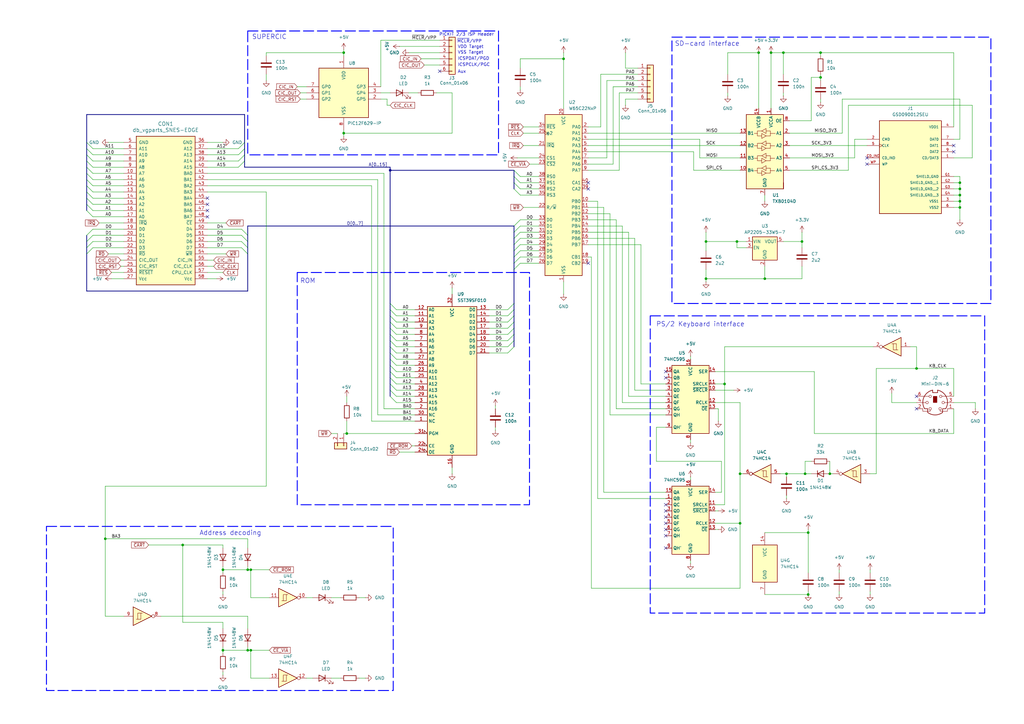
<source format=kicad_sch>
(kicad_sch (version 20250114) (generator "eeschema") (generator_version "9.0")
  (paper "A3")
  (title_block (title "Super CP/M 65") (date "2025-03-17") (rev "PA4"))
  (rectangle (start 101.6 12.7) (end 204.47 63.5) (stroke (width 0.381) (type dash) (color 0 0 255 1)))
  (rectangle (start 19.05 215.9) (end 161.29 283.21) (stroke (width 0.381) (type dash) (color 0 0 255 1)))
  (rectangle (start 266.7 129.54) (end 403.86 251.46) (stroke (width 0.381) (type dash) (color 0 0 255 1)))
  (rectangle (start 121.92 111.76) (end 217.17 207.01) (stroke (width 0.381) (type dash) (color 0 0 255 1)))
  (rectangle (start 275.59 15.24) (end 406.4 124.46) (stroke (width 0.381) (type dash) (color 0 0 255 1)))
  (text "SUPERCIC" (at 110.49 15.24 0) (effects (font (size 1.905 1.905))))
  (text "Address decoding" (at 81.788 218.694 0) (effects (font (size 1.905 1.905)) (justify left)))
  (text "SD-card interface" (at 290.068 18.034 0) (effects (font (size 1.905 1.905))))
  (text "~{MCLR}/VPP" (at 187.452 17.018 0) (effects (font (size 1.27 1.27)) (justify left)))
  (text "ROM" (at 126.238 115.316 0) (effects (font (size 1.905 1.905))))
  (text "VDD Target" (at 187.706 19.304 0) (effects (font (size 1.27 1.27)) (justify left)))
  (text "PS/2 Keyboard interface" (at 287.274 133.096 0) (effects (font (size 1.905 1.905))))
  (text "VSS Target" (at 187.706 21.59 0) (effects (font (size 1.27 1.27)) (justify left)))
  (text "ICSPCLK/PGC" (at 187.706 26.67 0) (effects (font (size 1.27 1.27)) (justify left)))
  (text "Aux" (at 187.706 29.464 0) (effects (font (size 1.27 1.27)) (justify left)))
  (text "PICKIT 2/3 ISP Header" (at 180.086 14.224 0) (effects (font (size 1.27 1.27)) (justify left)))
  (text "ICSPDAT/PGD" (at 187.706 24.13 0) (effects (font (size 1.27 1.27)) (justify left)))
  (junction (at 303.53 194.31))
  (junction (at 316.23 21.59))
  (junction (at 303.53 214.63))
  (junction (at 289.56 99.06))
  (junction (at 289.56 114.3))
  (junction (at 302.26 99.06))
  (junction (at 140.97 54.61))
  (junction (at 393.7 77.47))
  (junction (at 311.15 21.59))
  (junction (at 340.36 194.31))
  (junction (at 336.55 31.75))
  (junction (at 297.18 157.48))
  (junction (at 102.87 266.7))
  (junction (at 393.7 74.93))
  (junction (at 393.7 82.55))
  (junction (at 160.02 69.85))
  (junction (at 102.87 233.68))
  (junction (at 101.6 266.7))
  (junction (at 43.18 220.98))
  (junction (at 321.31 21.59))
  (junction (at 91.44 233.68))
  (junction (at 393.7 85.09))
  (junction (at 331.47 243.84))
  (junction (at 101.6 233.68))
  (junction (at 142.24 177.8))
  (junction (at 393.7 80.01))
  (junction (at 322.58 194.31))
  (junction (at 140.97 21.59))
  (junction (at 91.44 266.7))
  (junction (at 330.2 194.31))
  (junction (at 231.14 24.13))
  (junction (at 74.93 223.52))
  (junction (at 328.93 99.06))
  (junction (at 331.47 218.44))
  (junction (at 336.55 21.59))
  (junction (at 375.92 151.13))
  (junction (at 313.69 114.3))
  (no_connect (at 85.09 86.36))
  (no_connect (at 355.6 67.31))
  (no_connect (at 273.05 212.09))
  (no_connect (at 273.05 214.63))
  (no_connect (at 273.05 152.4))
  (no_connect (at 355.6 64.77))
  (no_connect (at 85.09 83.82))
  (no_connect (at 85.09 88.9))
  (no_connect (at 273.05 219.71))
  (no_connect (at 180.34 29.21))
  (no_connect (at 85.09 81.28))
  (no_connect (at 375.92 162.56))
  (no_connect (at 273.05 224.79))
  (no_connect (at 241.3 77.47))
  (no_connect (at 273.05 154.94))
  (no_connect (at 391.16 62.23))
  (no_connect (at 241.3 107.95))
  (no_connect (at 273.05 217.17))
  (no_connect (at 241.3 74.93))
  (no_connect (at 273.05 207.01))
  (no_connect (at 375.92 167.64))
  (no_connect (at 273.05 209.55))
  (no_connect (at 391.16 59.69))
  (bus_entry (at 208.28 129.54) (size 2.54 -2.54))
  (bus_entry (at 213.36 102.87) (size -2.54 2.54))
  (bus_entry (at 99.06 99.06) (size 2.54 2.54))
  (bus_entry (at 162.56 129.54) (size -2.54 -2.54))
  (bus_entry (at 38.1 73.66) (size -2.54 -2.54))
  (bus_entry (at 38.1 63.5) (size -2.54 -2.54))
  (bus_entry (at 38.1 88.9) (size -2.54 -2.54))
  (bus_entry (at 99.06 101.6) (size 2.54 2.54))
  (bus_entry (at 162.56 160.02) (size -2.54 -2.54))
  (bus_entry (at 162.56 127) (size -2.54 -2.54))
  (bus_entry (at 38.1 101.6) (size -2.54 2.54))
  (bus_entry (at 162.56 144.78) (size -2.54 -2.54))
  (bus_entry (at 213.36 90.17) (size -2.54 2.54))
  (bus_entry (at 208.28 127) (size 2.54 -2.54))
  (bus_entry (at 208.28 142.24) (size 2.54 -2.54))
  (bus_entry (at 213.36 92.71) (size -2.54 2.54))
  (bus_entry (at 38.1 99.06) (size -2.54 2.54))
  (bus_entry (at 162.56 134.62) (size -2.54 -2.54))
  (bus_entry (at 213.36 97.79) (size -2.54 2.54))
  (bus_entry (at 213.36 74.93) (size -2.54 -2.54))
  (bus_entry (at 208.28 139.7) (size 2.54 -2.54))
  (bus_entry (at 38.1 81.28) (size -2.54 -2.54))
  (bus_entry (at 213.36 107.95) (size -2.54 2.54))
  (bus_entry (at 213.36 100.33) (size -2.54 2.54))
  (bus_entry (at 97.79 68.58) (size 2.54 -2.54))
  (bus_entry (at 162.56 157.48) (size -2.54 -2.54))
  (bus_entry (at 213.36 80.01) (size -2.54 -2.54))
  (bus_entry (at 38.1 66.04) (size -2.54 -2.54))
  (bus_entry (at 162.56 137.16) (size -2.54 -2.54))
  (bus_entry (at 38.1 71.12) (size -2.54 -2.54))
  (bus_entry (at 162.56 152.4) (size -2.54 -2.54))
  (bus_entry (at 162.56 142.24) (size -2.54 -2.54))
  (bus_entry (at 38.1 78.74) (size -2.54 -2.54))
  (bus_entry (at 162.56 165.1) (size -2.54 -2.54))
  (bus_entry (at 162.56 149.86) (size -2.54 -2.54))
  (bus_entry (at 162.56 147.32) (size -2.54 -2.54))
  (bus_entry (at 208.28 134.62) (size 2.54 -2.54))
  (bus_entry (at 99.06 96.52) (size 2.54 2.54))
  (bus_entry (at 97.79 60.96) (size 2.54 -2.54))
  (bus_entry (at 162.56 162.56) (size -2.54 -2.54))
  (bus_entry (at 208.28 144.78) (size 2.54 -2.54))
  (bus_entry (at 38.1 93.98) (size -2.54 2.54))
  (bus_entry (at 38.1 68.58) (size -2.54 -2.54))
  (bus_entry (at 213.36 105.41) (size -2.54 2.54))
  (bus_entry (at 38.1 83.82) (size -2.54 -2.54))
  (bus_entry (at 97.79 63.5) (size 2.54 -2.54))
  (bus_entry (at 162.56 139.7) (size -2.54 -2.54))
  (bus_entry (at 38.1 76.2) (size -2.54 -2.54))
  (bus_entry (at 38.1 86.36) (size -2.54 -2.54))
  (bus_entry (at 99.06 93.98) (size 2.54 2.54))
  (bus_entry (at 208.28 137.16) (size 2.54 -2.54))
  (bus_entry (at 162.56 154.94) (size -2.54 -2.54))
  (bus_entry (at 213.36 95.25) (size -2.54 2.54))
  (bus_entry (at 162.56 132.08) (size -2.54 -2.54))
  (bus_entry (at 208.28 132.08) (size 2.54 -2.54))
  (bus_entry (at 38.1 60.96) (size -2.54 -2.54))
  (bus_entry (at 213.36 72.39) (size -2.54 -2.54))
  (bus_entry (at 38.1 96.52) (size -2.54 2.54))
  (bus_entry (at 97.79 66.04) (size 2.54 -2.54))
  (bus_entry (at 213.36 77.47) (size -2.54 -2.54))
  (wire (pts (xy 328.93 114.3) (xy 313.69 114.3)))
  (wire (pts (xy 109.22 30.48) (xy 109.22 33.02)))
  (bus (pts (xy 210.82 77.47) (xy 210.82 74.93)))
  (bus (pts (xy 210.82 102.87) (xy 210.82 105.41)))
  (bus (pts (xy 35.56 73.66) (xy 35.56 71.12)))
  (wire (pts (xy 203.2 166.37) (xy 203.2 167.64)))
  (wire (pts (xy 142.24 162.56) (xy 142.24 165.1)))
  (wire (pts (xy 101.6 233.68) (xy 101.6 232.41)))
  (bus (pts (xy 35.56 76.2) (xy 35.56 73.66)))
  (wire (pts (xy 261.62 38.1) (xy 254 38.1)))
  (bus (pts (xy 160.02 134.62) (xy 160.02 137.16)))
  (wire (pts (xy 344.17 242.57) (xy 344.17 243.84)))
  (bus (pts (xy 35.56 58.42) (xy 35.56 46.99)))
  (wire (pts (xy 157.48 167.64) (xy 170.18 167.64)))
  (wire (pts (xy 213.36 102.87) (xy 220.98 102.87)))
  (wire (pts (xy 260.35 160.02) (xy 260.35 97.79)))
  (wire (pts (xy 85.09 63.5) (xy 97.79 63.5)))
  (wire (pts (xy 241.3 57.15) (xy 287.02 57.15)))
  (wire (pts (xy 91.44 255.27) (xy 91.44 257.81)))
  (wire (pts (xy 261.62 33.02) (xy 248.92 33.02)))
  (bus (pts (xy 101.6 99.06) (xy 101.6 101.6)))
  (wire (pts (xy 162.56 154.94) (xy 170.18 154.94)))
  (wire (pts (xy 303.53 214.63) (xy 303.53 194.31)))
  (wire (pts (xy 147.32 278.13) (xy 149.86 278.13)))
  (wire (pts (xy 49.53 109.22) (xy 50.8 109.22)))
  (bus (pts (xy 100.33 58.42) (xy 100.33 60.96)))
  (wire (pts (xy 375.92 151.13) (xy 391.16 151.13)))
  (wire (pts (xy 162.56 134.62) (xy 170.18 134.62)))
  (bus (pts (xy 160.02 68.58) (xy 160.02 69.85)))
  (bus (pts (xy 35.56 96.52) (xy 35.56 99.06)))
  (wire (pts (xy 38.1 66.04) (xy 50.8 66.04)))
  (wire (pts (xy 40.64 91.44) (xy 50.8 91.44)))
  (wire (pts (xy 231.14 115.57) (xy 231.14 120.65)))
  (wire (pts (xy 391.16 165.1) (xy 400.05 165.1)))
  (wire (pts (xy 158.75 43.18) (xy 158.75 40.64)))
  (wire (pts (xy 273.05 175.26) (xy 269.24 175.26)))
  (wire (pts (xy 38.1 60.96) (xy 50.8 60.96)))
  (wire (pts (xy 340.36 194.31) (xy 341.63 194.31)))
  (bus (pts (xy 100.33 66.04) (xy 100.33 68.58)))
  (wire (pts (xy 321.31 38.1) (xy 321.31 39.37)))
  (wire (pts (xy 245.11 82.55) (xy 245.11 204.47)))
  (bus (pts (xy 160.02 69.85) (xy 160.02 124.46)))
  (wire (pts (xy 393.7 77.47) (xy 393.7 80.01)))
  (wire (pts (xy 256.54 27.94) (xy 261.62 27.94)))
  (wire (pts (xy 217.17 67.31) (xy 220.98 67.31)))
  (wire (pts (xy 45.72 111.76) (xy 50.8 111.76)))
  (wire (pts (xy 162.56 147.32) (xy 170.18 147.32)))
  (wire (pts (xy 294.64 167.64) (xy 293.37 167.64)))
  (wire (pts (xy 252.73 90.17) (xy 252.73 167.64)))
  (bus (pts (xy 35.56 68.58) (xy 35.56 66.04)))
  (wire (pts (xy 142.24 177.8) (xy 170.18 177.8)))
  (wire (pts (xy 147.32 245.11) (xy 149.86 245.11)))
  (wire (pts (xy 162.56 127) (xy 170.18 127)))
  (wire (pts (xy 269.24 189.23) (xy 295.91 189.23)))
  (wire (pts (xy 91.44 223.52) (xy 91.44 224.79)))
  (wire (pts (xy 365.76 165.1) (xy 365.76 161.29)))
  (wire (pts (xy 85.09 106.68) (xy 87.63 106.68)))
  (wire (pts (xy 331.47 218.44) (xy 331.47 234.95)))
  (wire (pts (xy 334.01 177.8) (xy 334.01 152.4)))
  (wire (pts (xy 167.64 38.1) (xy 171.45 38.1)))
  (wire (pts (xy 331.47 217.17) (xy 331.47 218.44)))
  (wire (pts (xy 162.56 142.24) (xy 170.18 142.24)))
  (wire (pts (xy 38.1 63.5) (xy 50.8 63.5)))
  (wire (pts (xy 322.58 194.31) (xy 330.2 194.31)))
  (wire (pts (xy 156.21 38.1) (xy 160.02 38.1)))
  (wire (pts (xy 162.56 137.16) (xy 170.18 137.16)))
  (wire (pts (xy 293.37 207.01) (xy 297.18 207.01)))
  (wire (pts (xy 91.44 233.68) (xy 91.44 234.95)))
  (wire (pts (xy 85.09 99.06) (xy 99.06 99.06)))
  (wire (pts (xy 322.58 203.2) (xy 322.58 204.47)))
  (wire (pts (xy 44.45 58.42) (xy 50.8 58.42)))
  (wire (pts (xy 162.56 139.7) (xy 170.18 139.7)))
  (bus (pts (xy 35.56 99.06) (xy 35.56 101.6)))
  (wire (pts (xy 185.42 118.11) (xy 185.42 120.65)))
  (wire (pts (xy 297.18 157.48) (xy 293.37 157.48)))
  (wire (pts (xy 85.09 58.42) (xy 91.44 58.42)))
  (wire (pts (xy 213.36 97.79) (xy 220.98 97.79)))
  (bus (pts (xy 160.02 160.02) (xy 160.02 162.56)))
  (wire (pts (xy 213.36 35.56) (xy 213.36 36.83)))
  (bus (pts (xy 210.82 137.16) (xy 210.82 139.7)))
  (wire (pts (xy 200.66 144.78) (xy 208.28 144.78)))
  (wire (pts (xy 200.66 129.54) (xy 208.28 129.54)))
  (wire (pts (xy 110.49 245.11) (xy 102.87 245.11)))
  (wire (pts (xy 254 38.1) (xy 254 69.85)))
  (wire (pts (xy 38.1 71.12) (xy 50.8 71.12)))
  (wire (pts (xy 109.22 199.39) (xy 43.18 199.39)))
  (wire (pts (xy 262.89 157.48) (xy 273.05 157.48)))
  (wire (pts (xy 85.09 68.58) (xy 97.79 68.58)))
  (wire (pts (xy 356.87 242.57) (xy 356.87 243.84)))
  (bus (pts (xy 35.56 81.28) (xy 35.56 78.74)))
  (wire (pts (xy 162.56 157.48) (xy 170.18 157.48)))
  (wire (pts (xy 284.48 69.85) (xy 303.53 69.85)))
  (wire (pts (xy 185.42 38.1) (xy 185.42 54.61)))
  (wire (pts (xy 393.7 82.55) (xy 393.7 85.09)))
  (wire (pts (xy 142.24 177.8) (xy 140.97 177.8)))
  (wire (pts (xy 152.4 172.72) (xy 170.18 172.72)))
  (wire (pts (xy 250.19 87.63) (xy 250.19 170.18)))
  (wire (pts (xy 391.16 80.01) (xy 393.7 80.01)))
  (wire (pts (xy 293.37 165.1) (xy 303.53 165.1)))
  (wire (pts (xy 135.89 177.8) (xy 138.43 177.8)))
  (wire (pts (xy 393.7 40.64) (xy 393.7 57.15)))
  (bus (pts (xy 210.82 97.79) (xy 210.82 100.33)))
  (wire (pts (xy 303.53 194.31) (xy 304.8 194.31)))
  (wire (pts (xy 85.09 78.74) (xy 109.22 78.74)))
  (wire (pts (xy 74.93 223.52) (xy 91.44 223.52)))
  (wire (pts (xy 91.44 232.41) (xy 91.44 233.68)))
  (wire (pts (xy 101.6 252.73) (xy 101.6 257.81)))
  (wire (pts (xy 85.09 104.14) (xy 92.71 104.14)))
  (wire (pts (xy 293.37 214.63) (xy 303.53 214.63)))
  (wire (pts (xy 231.14 21.59) (xy 231.14 24.13)))
  (bus (pts (xy 160.02 147.32) (xy 160.02 149.86)))
  (bus (pts (xy 35.56 101.6) (xy 35.56 104.14)))
  (wire (pts (xy 85.09 71.12) (xy 157.48 71.12)))
  (bus (pts (xy 35.56 66.04) (xy 35.56 63.5)))
  (wire (pts (xy 298.45 21.59) (xy 298.45 30.48)))
  (wire (pts (xy 344.17 233.68) (xy 344.17 234.95)))
  (wire (pts (xy 295.91 189.23) (xy 295.91 201.93)))
  (bus (pts (xy 210.82 110.49) (xy 210.82 124.46)))
  (wire (pts (xy 289.56 95.25) (xy 289.56 99.06)))
  (wire (pts (xy 102.87 278.13) (xy 102.87 266.7)))
  (wire (pts (xy 162.56 165.1) (xy 170.18 165.1)))
  (wire (pts (xy 289.56 99.06) (xy 289.56 102.87)))
  (wire (pts (xy 91.44 255.27) (xy 74.93 255.27)))
  (wire (pts (xy 297.18 142.24) (xy 297.18 157.48)))
  (wire (pts (xy 102.87 266.7) (xy 110.49 266.7)))
  (wire (pts (xy 375.92 142.24) (xy 373.38 142.24)))
  (wire (pts (xy 38.1 101.6) (xy 50.8 101.6)))
  (bus (pts (xy 101.6 104.14) (xy 101.6 119.38)))
  (wire (pts (xy 91.44 266.7) (xy 91.44 267.97)))
  (bus (pts (xy 100.33 60.96) (xy 100.33 63.5)))
  (wire (pts (xy 262.89 100.33) (xy 262.89 157.48)))
  (wire (pts (xy 200.66 134.62) (xy 208.28 134.62)))
  (bus (pts (xy 210.82 95.25) (xy 210.82 97.79)))
  (bus (pts (xy 160.02 144.78) (xy 160.02 147.32)))
  (wire (pts (xy 391.16 162.56) (xy 391.16 151.13)))
  (wire (pts (xy 38.1 88.9) (xy 50.8 88.9)))
  (wire (pts (xy 162.56 160.02) (xy 170.18 160.02)))
  (wire (pts (xy 269.24 175.26) (xy 269.24 189.23)))
  (wire (pts (xy 162.56 144.78) (xy 170.18 144.78)))
  (wire (pts (xy 152.4 76.2) (xy 85.09 76.2)))
  (wire (pts (xy 302.26 99.06) (xy 306.07 99.06)))
  (wire (pts (xy 38.1 78.74) (xy 50.8 78.74)))
  (wire (pts (xy 97.79 60.96) (xy 85.09 60.96)))
  (bus (pts (xy 210.82 105.41) (xy 210.82 107.95)))
  (wire (pts (xy 109.22 21.59) (xy 140.97 21.59)))
  (bus (pts (xy 100.33 63.5) (xy 100.33 66.04)))
  (wire (pts (xy 336.55 30.48) (xy 336.55 31.75)))
  (wire (pts (xy 162.56 152.4) (xy 170.18 152.4)))
  (wire (pts (xy 38.1 96.52) (xy 50.8 96.52)))
  (wire (pts (xy 398.78 64.77) (xy 391.16 64.77)))
  (wire (pts (xy 163.83 185.42) (xy 170.18 185.42)))
  (wire (pts (xy 85.09 114.3) (xy 88.9 114.3)))
  (wire (pts (xy 350.52 64.77) (xy 350.52 57.15)))
  (wire (pts (xy 393.7 80.01) (xy 393.7 82.55)))
  (wire (pts (xy 332.74 31.75) (xy 332.74 49.53)))
  (wire (pts (xy 303.53 165.1) (xy 303.53 194.31)))
  (wire (pts (xy 172.72 24.13) (xy 180.34 24.13)))
  (wire (pts (xy 101.6 266.7) (xy 102.87 266.7)))
  (wire (pts (xy 241.3 95.25) (xy 257.81 95.25)))
  (wire (pts (xy 38.1 76.2) (xy 50.8 76.2)))
  (wire (pts (xy 283.21 146.05) (xy 283.21 147.32)))
  (wire (pts (xy 323.85 54.61) (xy 345.44 54.61)))
  (wire (pts (xy 298.45 38.1) (xy 298.45 39.37)))
  (wire (pts (xy 185.42 191.77) (xy 185.42 194.31)))
  (wire (pts (xy 391.16 85.09) (xy 393.7 85.09)))
  (wire (pts (xy 241.3 90.17) (xy 252.73 90.17)))
  (wire (pts (xy 85.09 73.66) (xy 154.94 73.66)))
  (wire (pts (xy 247.65 85.09) (xy 247.65 201.93)))
  (wire (pts (xy 293.37 209.55) (xy 294.64 209.55)))
  (wire (pts (xy 200.66 142.24) (xy 208.28 142.24)))
  (wire (pts (xy 203.2 175.26) (xy 203.2 176.53)))
  (wire (pts (xy 393.7 74.93) (xy 393.7 77.47)))
  (wire (pts (xy 242.57 105.41) (xy 242.57 241.3)))
  (wire (pts (xy 289.56 114.3) (xy 289.56 115.57)))
  (bus (pts (xy 35.56 119.38) (xy 101.6 119.38)))
  (wire (pts (xy 135.89 245.11) (xy 139.7 245.11)))
  (wire (pts (xy 251.46 35.56) (xy 261.62 35.56)))
  (wire (pts (xy 356.87 233.68) (xy 356.87 234.95)))
  (bus (pts (xy 210.82 100.33) (xy 210.82 102.87)))
  (wire (pts (xy 273.05 165.1) (xy 255.27 165.1)))
  (wire (pts (xy 345.44 54.61) (xy 345.44 40.64)))
  (wire (pts (xy 375.92 165.1) (xy 365.76 165.1)))
  (wire (pts (xy 255.27 165.1) (xy 255.27 92.71)))
  (bus (pts (xy 210.82 92.71) (xy 210.82 95.25)))
  (wire (pts (xy 391.16 77.47) (xy 393.7 77.47)))
  (wire (pts (xy 393.7 72.39) (xy 391.16 72.39)))
  (wire (pts (xy 246.38 30.48) (xy 261.62 30.48)))
  (wire (pts (xy 140.97 21.59) (xy 140.97 22.86)))
  (wire (pts (xy 102.87 233.68) (xy 110.49 233.68)))
  (wire (pts (xy 85.09 101.6) (xy 99.06 101.6)))
  (bus (pts (xy 210.82 129.54) (xy 210.82 132.08)))
  (wire (pts (xy 287.02 64.77) (xy 287.02 57.15)))
  (wire (pts (xy 140.97 53.34) (xy 140.97 54.61)))
  (wire (pts (xy 316.23 21.59) (xy 321.31 21.59)))
  (wire (pts (xy 241.3 52.07) (xy 246.38 52.07)))
  (wire (pts (xy 167.64 21.59) (xy 180.34 21.59)))
  (wire (pts (xy 241.3 85.09) (xy 247.65 85.09)))
  (wire (pts (xy 214.63 52.07) (xy 220.98 52.07)))
  (wire (pts (xy 154.94 170.18) (xy 170.18 170.18)))
  (bus (pts (xy 210.82 134.62) (xy 210.82 137.16)))
  (wire (pts (xy 140.97 54.61) (xy 140.97 55.88)))
  (wire (pts (xy 135.89 278.13) (xy 139.7 278.13)))
  (wire (pts (xy 283.21 195.58) (xy 283.21 196.85)))
  (wire (pts (xy 101.6 233.68) (xy 102.87 233.68)))
  (wire (pts (xy 162.56 129.54) (xy 170.18 129.54)))
  (wire (pts (xy 214.63 54.61) (xy 220.98 54.61)))
  (wire (pts (xy 241.3 54.61) (xy 303.53 54.61)))
  (wire (pts (xy 38.1 86.36) (xy 50.8 86.36)))
  (wire (pts (xy 247.65 201.93) (xy 273.05 201.93)))
  (wire (pts (xy 43.18 252.73) (xy 50.8 252.73)))
  (wire (pts (xy 173.99 26.67) (xy 180.34 26.67)))
  (wire (pts (xy 313.69 243.84) (xy 331.47 243.84)))
  (wire (pts (xy 328.93 109.22) (xy 328.93 114.3)))
  (wire (pts (xy 154.94 73.66) (xy 154.94 170.18)))
  (wire (pts (xy 246.38 52.07) (xy 246.38 30.48)))
  (wire (pts (xy 85.09 91.44) (xy 92.71 91.44)))
  (bus (pts (xy 210.82 72.39) (xy 210.82 69.85)))
  (bus (pts (xy 160.02 157.48) (xy 160.02 160.02)))
  (wire (pts (xy 347.98 43.18) (xy 347.98 69.85)))
  (wire (pts (xy 303.53 241.3) (xy 303.53 214.63)))
  (wire (pts (xy 391.16 74.93) (xy 393.7 74.93)))
  (wire (pts (xy 345.44 40.64) (xy 393.7 40.64)))
  (bus (pts (xy 160.02 149.86) (xy 160.02 152.4)))
  (wire (pts (xy 110.49 278.13) (xy 102.87 278.13)))
  (wire (pts (xy 283.21 229.87) (xy 283.21 231.14)))
  (wire (pts (xy 340.36 189.23) (xy 340.36 194.31)))
  (wire (pts (xy 316.23 21.59) (xy 316.23 44.45)))
  (wire (pts (xy 43.18 199.39) (xy 43.18 220.98)))
  (wire (pts (xy 321.31 21.59) (xy 321.31 30.48)))
  (wire (pts (xy 214.63 85.09) (xy 220.98 85.09)))
  (wire (pts (xy 241.3 87.63) (xy 250.19 87.63)))
  (wire (pts (xy 91.44 242.57) (xy 91.44 243.84)))
  (wire (pts (xy 200.66 137.16) (xy 208.28 137.16)))
  (wire (pts (xy 306.07 101.6) (xy 302.26 101.6)))
  (wire (pts (xy 160.02 43.18) (xy 158.75 43.18)))
  (wire (pts (xy 213.36 107.95) (xy 220.98 107.95)))
  (wire (pts (xy 334.01 177.8) (xy 391.16 177.8)))
  (wire (pts (xy 250.19 170.18) (xy 273.05 170.18)))
  (wire (pts (xy 156.21 35.56) (xy 156.21 16.51)))
  (wire (pts (xy 257.81 162.56) (xy 273.05 162.56)))
  (wire (pts (xy 336.55 21.59) (xy 391.16 21.59)))
  (wire (pts (xy 91.44 233.68) (xy 101.6 233.68)))
  (wire (pts (xy 289.56 99.06) (xy 302.26 99.06)))
  (wire (pts (xy 393.7 57.15) (xy 391.16 57.15)))
  (wire (pts (xy 334.01 152.4) (xy 293.37 152.4)))
  (wire (pts (xy 158.75 40.64) (xy 156.21 40.64)))
  (wire (pts (xy 321.31 99.06) (xy 328.93 99.06)))
  (wire (pts (xy 393.7 72.39) (xy 393.7 74.93)))
  (wire (pts (xy 200.66 132.08) (xy 208.28 132.08)))
  (wire (pts (xy 162.56 149.86) (xy 170.18 149.86)))
  (wire (pts (xy 162.56 162.56) (xy 170.18 162.56)))
  (wire (pts (xy 391.16 167.64) (xy 391.16 177.8)))
  (wire (pts (xy 101.6 266.7) (xy 101.6 265.43)))
  (bus (pts (xy 100.33 68.58) (xy 160.02 68.58)))
  (wire (pts (xy 293.37 160.02) (xy 300.99 160.02)))
  (wire (pts (xy 74.93 223.52) (xy 74.93 255.27)))
  (wire (pts (xy 43.18 220.98) (xy 101.6 220.98)))
  (wire (pts (xy 179.07 38.1) (xy 185.42 38.1)))
  (wire (pts (xy 91.44 265.43) (xy 91.44 266.7)))
  (wire (pts (xy 391.16 82.55) (xy 393.7 82.55)))
  (bus (pts (xy 101.6 92.71) (xy 101.6 96.52)))
  (wire (pts (xy 213.36 27.94) (xy 213.36 24.13)))
  (wire (pts (xy 38.1 83.82) (xy 50.8 83.82)))
  (wire (pts (xy 85.09 93.98) (xy 99.06 93.98)))
  (wire (pts (xy 49.53 106.68) (xy 50.8 106.68)))
  (wire (pts (xy 303.53 64.77) (xy 287.02 64.77)))
  (wire (pts (xy 347.98 43.18) (xy 398.78 43.18)))
  (wire (pts (xy 251.46 67.31) (xy 251.46 35.56)))
  (wire (pts (xy 213.36 95.25) (xy 220.98 95.25)))
  (wire (pts (xy 391.16 52.07) (xy 391.16 21.59)))
  (wire (pts (xy 212.09 64.77) (xy 220.98 64.77)))
  (wire (pts (xy 359.41 151.13) (xy 359.41 194.31)))
  (wire (pts (xy 257.81 95.25) (xy 257.81 162.56)))
  (wire (pts (xy 273.05 160.02) (xy 260.35 160.02)))
  (wire (pts (xy 328.93 95.25) (xy 328.93 99.06)))
  (wire (pts (xy 241.3 59.69) (xy 303.53 59.69)))
  (wire (pts (xy 375.92 151.13) (xy 375.92 142.24)))
  (wire (pts (xy 125.73 245.11) (xy 128.27 245.11)))
  (wire (pts (xy 60.96 223.52) (xy 74.93 223.52)))
  (wire (pts (xy 321.31 21.59) (xy 336.55 21.59)))
  (wire (pts (xy 323.85 59.69) (xy 355.6 59.69)))
  (wire (pts (xy 322.58 195.58) (xy 322.58 194.31)))
  (bus (pts (xy 35.56 63.5) (xy 35.56 60.96)))
  (wire (pts (xy 398.78 43.18) (xy 398.78 64.77)))
  (wire (pts (xy 241.3 97.79) (xy 260.35 97.79)))
  (wire (pts (xy 142.24 172.72) (xy 142.24 177.8)))
  (wire (pts (xy 358.14 142.24) (xy 297.18 142.24)))
  (bus (pts (xy 210.82 124.46) (xy 210.82 127)))
  (wire (pts (xy 248.92 64.77) (xy 241.3 64.77)))
  (wire (pts (xy 123.19 38.1) (xy 125.73 38.1)))
  (bus (pts (xy 160.02 137.16) (xy 160.02 139.7)))
  (wire (pts (xy 330.2 189.23) (xy 332.74 189.23)))
  (bus (pts (xy 160.02 124.46) (xy 160.02 127)))
  (bus (pts (xy 210.82 107.95) (xy 210.82 110.49)))
  (wire (pts (xy 241.3 105.41) (xy 242.57 105.41)))
  (wire (pts (xy 213.36 72.39) (xy 220.98 72.39)))
  (wire (pts (xy 297.18 207.01) (xy 297.18 157.48)))
  (wire (pts (xy 91.44 266.7) (xy 101.6 266.7)))
  (wire (pts (xy 101.6 224.79) (xy 101.6 220.98)))
  (wire (pts (xy 85.09 111.76) (xy 91.44 111.76)))
  (bus (pts (xy 160.02 69.85) (xy 210.82 69.85)))
  (bus (pts (xy 35.56 104.14) (xy 35.56 119.38)))
  (wire (pts (xy 91.44 275.59) (xy 91.44 276.86)))
  (wire (pts (xy 323.85 49.53) (xy 332.74 49.53)))
  (wire (pts (xy 109.22 22.86) (xy 109.22 21.59)))
  (wire (pts (xy 302.26 101.6) (xy 302.26 99.06)))
  (bus (pts (xy 35.56 71.12) (xy 35.56 68.58)))
  (wire (pts (xy 248.92 33.02) (xy 248.92 64.77)))
  (bus (pts (xy 101.6 101.6) (xy 101.6 104.14)))
  (wire (pts (xy 313.69 114.3) (xy 289.56 114.3)))
  (bus (pts (xy 160.02 152.4) (xy 160.02 154.94)))
  (wire (pts (xy 121.92 35.56) (xy 125.73 35.56)))
  (wire (pts (xy 256.54 21.59) (xy 256.54 27.94)))
  (bus (pts (xy 160.02 154.94) (xy 160.02 157.48)))
  (wire (pts (xy 38.1 68.58) (xy 50.8 68.58)))
  (wire (pts (xy 330.2 194.31) (xy 330.2 189.23)))
  (wire (pts (xy 284.48 62.23) (xy 284.48 69.85)))
  (wire (pts (xy 332.74 194.31) (xy 330.2 194.31)))
  (wire (pts (xy 356.87 194.31) (xy 359.41 194.31)))
  (bus (pts (xy 35.56 78.74) (xy 35.56 76.2)))
  (wire (pts (xy 295.91 201.93) (xy 293.37 201.93)))
  (wire (pts (xy 213.36 24.13) (xy 231.14 24.13)))
  (wire (pts (xy 313.69 80.01) (xy 313.69 82.55)))
  (wire (pts (xy 336.55 40.64) (xy 336.55 41.91)))
  (wire (pts (xy 213.36 80.01) (xy 220.98 80.01)))
  (bus (pts (xy 210.82 139.7) (xy 210.82 142.24)))
  (wire (pts (xy 245.11 204.47) (xy 273.05 204.47)))
  (wire (pts (xy 66.04 252.73) (xy 101.6 252.73)))
  (wire (pts (xy 323.85 64.77) (xy 350.52 64.77)))
  (wire (pts (xy 213.36 77.47) (xy 220.98 77.47)))
  (bus (pts (xy 101.6 96.52) (xy 101.6 99.06)))
  (wire (pts (xy 336.55 33.02) (xy 336.55 31.75)))
  (wire (pts (xy 213.36 90.17) (xy 220.98 90.17)))
  (wire (pts (xy 200.66 139.7) (xy 208.28 139.7)))
  (wire (pts (xy 359.41 151.13) (xy 375.92 151.13)))
  (wire (pts (xy 256.54 43.18) (xy 256.54 40.64)))
  (wire (pts (xy 102.87 245.11) (xy 102.87 233.68)))
  (wire (pts (xy 162.56 132.08) (xy 170.18 132.08)))
  (wire (pts (xy 44.45 104.14) (xy 50.8 104.14)))
  (bus (pts (xy 35.56 46.99) (xy 100.33 46.99)))
  (wire (pts (xy 400.05 167.64) (xy 400.05 165.1)))
  (wire (pts (xy 332.74 31.75) (xy 336.55 31.75)))
  (bus (pts (xy 160.02 129.54) (xy 160.02 132.08)))
  (wire (pts (xy 200.66 127) (xy 208.28 127)))
  (wire (pts (xy 242.57 241.3) (xy 303.53 241.3)))
  (wire (pts (xy 38.1 93.98) (xy 50.8 93.98)))
  (wire (pts (xy 38.1 81.28) (xy 50.8 81.28)))
  (bus (pts (xy 210.82 74.93) (xy 210.82 72.39)))
  (bus (pts (xy 160.02 139.7) (xy 160.02 142.24)))
  (bus (pts (xy 160.02 142.24) (xy 160.02 144.78)))
  (wire (pts (xy 289.56 114.3) (xy 289.56 110.49)))
  (wire (pts (xy 168.91 182.88) (xy 170.18 182.88)))
  (wire (pts (xy 185.42 54.61) (xy 140.97 54.61)))
  (bus (pts (xy 35.56 60.96) (xy 35.56 58.42)))
  (wire (pts (xy 328.93 99.06) (xy 328.93 101.6)))
  (wire (pts (xy 311.15 21.59) (xy 311.15 44.45)))
  (wire (pts (xy 85.09 109.22) (xy 87.63 109.22)))
  (bus (pts (xy 210.82 132.08) (xy 210.82 134.62)))
  (wire (pts (xy 125.73 278.13) (xy 128.27 278.13)))
  (wire (pts (xy 38.1 99.06) (xy 50.8 99.06)))
  (wire (pts (xy 256.54 40.64) (xy 261.62 40.64)))
  (wire (pts (xy 163.83 19.05) (xy 180.34 19.05)))
  (bus (pts (xy 35.56 83.82) (xy 35.56 81.28)))
  (wire (pts (xy 45.72 114.3) (xy 50.8 114.3)))
  (wire (pts (xy 213.36 92.71) (xy 220.98 92.71)))
  (wire (pts (xy 323.85 69.85) (xy 347.98 69.85)))
  (wire (pts (xy 156.21 16.51) (xy 180.34 16.51)))
  (wire (pts (xy 298.45 21.59) (xy 311.15 21.59)))
  (wire (pts (xy 214.63 59.69) (xy 220.98 59.69)))
  (wire (pts (xy 241.3 62.23) (xy 284.48 62.23)))
  (wire (pts (xy 241.3 67.31) (xy 251.46 67.31)))
  (wire (pts (xy 283.21 180.34) (xy 283.21 181.61)))
  (bus (pts (xy 160.02 132.08) (xy 160.02 134.62)))
  (wire (pts (xy 320.04 194.31) (xy 322.58 194.31)))
  (wire (pts (xy 38.1 73.66) (xy 50.8 73.66)))
  (bus (pts (xy 160.02 127) (xy 160.02 129.54)))
  (wire (pts (xy 152.4 172.72) (xy 152.4 76.2)))
  (wire (pts (xy 313.69 109.22) (xy 313.69 114.3)))
  (wire (pts (xy 294.64 172.72) (xy 294.64 167.64)))
  (bus (pts (xy 101.6 92.71) (xy 210.82 92.71)))
  (wire (pts (xy 241.3 92.71) (xy 255.27 92.71)))
  (wire (pts (xy 109.22 78.74) (xy 109.22 199.39)))
  (wire (pts (xy 213.36 100.33) (xy 220.98 100.33)))
  (wire (pts (xy 43.18 220.98) (xy 43.18 252.73)))
  (wire (pts (xy 252.73 167.64) (xy 273.05 167.64)))
  (wire (pts (xy 313.69 218.44) (xy 331.47 218.44)))
  (wire (pts (xy 254 69.85) (xy 241.3 69.85)))
  (wire (pts (xy 393.7 85.09) (xy 393.7 90.17)))
  (wire (pts (xy 336.55 21.59) (xy 336.55 22.86)))
  (wire (pts (xy 85.09 66.04) (xy 97.79 66.04)))
  (wire (pts (xy 293.37 217.17) (xy 294.64 217.17)))
  (bus (pts (xy 35.56 86.36) (xy 35.56 83.82)))
  (wire (pts (xy 355.6 57.15) (xy 350.52 57.15)))
  (wire (pts (xy 213.36 74.93) (xy 220.98 74.93)))
  (wire (pts (xy 123.19 40.64) (xy 125.73 40.64)))
  (wire (pts (xy 331.47 242.57) (xy 331.47 243.84)))
  (wire (pts (xy 85.09 96.52) (xy 99.06 96.52)))
  (wire (pts (xy 140.97 20.32) (xy 140.97 21.59)))
  (wire (pts (xy 213.36 105.41) (xy 220.98 105.41)))
  (bus (pts (xy 100.33 46.99) (xy 100.33 58.42)))
  (wire (pts (xy 241.3 82.55) (xy 245.11 82.55)))
  (bus (pts (xy 210.82 127) (xy 210.82 129.54)))
  (wire (pts (xy 241.3 100.33) (xy 262.89 100.33)))
  (wire (pts (xy 157.48 167.64) (xy 157.48 71.12)))
  (wire (pts (xy 231.14 24.13) (xy 231.14 44.45)))
  (label "D0" (at 203.2 127 0))
  (label "A5" (at 43.212 76.2 0))
  (label "D4" (at 215.9 100.33 0))
  (label "D6" (at 88.9 99.06 0))
  (label "A14" (at 88.9 66.04 0))
  (label "A1" (at 165.1 129.54 0))
  (label "D1" (at 215.9 92.71 0))
  (label "PA5" (at 256.54 33.02 0))
  (label "A5" (at 165.1 139.7 0))
  (label "D7" (at 203.2 144.78 0))
  (label "A0" (at 165.1 127 0))
  (label "A13" (at 88.9 63.5 0))
  (label "BA2" (at 165.1 172.72 0))
  (label "A2" (at 215.9 77.47 0))
  (label "D3" (at 43.18 101.6 0))
  (label "A8" (at 43.18 68.58 0))
  (label "D[0..7]" (at 142.24 92.71 0))
  (label "A15" (at 165.1 165.1 0))
  (label "A1" (at 215.9 74.93 0))
  (label "A10" (at 43.1277 63.5 0))
  (label "A1" (at 43.18 86.36 0))
  (label "D2" (at 43.18 99.06 0))
  (label "D2" (at 203.2 132.08 0))
  (label "D6" (at 215.9 105.41 0))
  (label "D0" (at 215.9 90.17 0))
  (label "D5" (at 88.9 96.52 0))
  (label "A4" (at 43.1277 78.74 0))
  (label "A11" (at 43.1277 60.96 0))
  (label "PA0" (at 256.54 30.48 0))
  (label "D1" (at 43.18 96.52 0))
  (label "BA0" (at 165.1 167.64 0))
  (label "MOSI_3V3" (at 332.74 64.77 0))
  (label "A0" (at 43.18 88.9 0))
  (label "A13" (at 165.1 160.02 0))
  (label "A10" (at 165.1 152.4 0))
  (label "A6" (at 43.1277 73.66 0))
  (label "MOSI" (at 289.56 64.77 0))
  (label "A3" (at 215.9 80.01 0))
  (label "A12" (at 165.1 157.48 0))
  (label "A3" (at 165.1 134.62 0))
  (label "D7" (at 215.9 107.95 0))
  (label "SPI_CS" (at 289.56 69.85 0))
  (label "SPI_CS_3V3" (at 332.74 69.85 0))
  (label "SCK" (at 289.56 59.69 0))
  (label "SCK_3V3" (at 332.74 59.69 0))
  (label "A8" (at 165.1 147.32 0))
  (label "D2" (at 215.9 95.25 0))
  (label "A2" (at 43.1277 83.82 0))
  (label "A14" (at 165.1 162.56 0))
  (label "D5" (at 203.2 139.7 0))
  (label "A6" (at 165.1 142.24 0))
  (label "PA6" (at 256.54 35.56 0))
  (label "A[0..15]" (at 151.13 68.58 0))
  (label "D5" (at 215.9 102.87 0))
  (label "A9" (at 165.1 149.86 0))
  (label "D3" (at 203.2 134.62 0))
  (label "D3" (at 215.9 97.79 0))
  (label "A3" (at 43.1277 81.28 0))
  (label "D7" (at 88.9 101.6 0))
  (label "D6" (at 203.2 142.24 0))
  (label "A9" (at 43.18 66.04 0))
  (label "A7" (at 165.1 144.78 0))
  (label "D4" (at 88.9 93.98 0))
  (label "BA1" (at 165.1 170.18 0))
  (label "KB_DATA" (at 381 177.8 0))
  (label "~{MCLR}{slash}VPP" (at 168.91 16.51 0))
  (label "A4" (at 165.1 137.16 0))
  (label "A11" (at 165.1 154.94 0))
  (label "A15" (at 88.9 68.58 0))
  (label "A2" (at 165.1 132.08 0))
  (label "MISO" (at 289.56 54.61 0))
  (label "MISO_3V3" (at 334.01 54.61 0))
  (label "A12" (at 88.9 60.96 0))
  (label "KB_CLK" (at 381 151.13 0))
  (label "D1" (at 203.2 129.54 0))
  (label "D4" (at 203.2 137.16 0))
  (label "BA3" (at 45.72 220.98 0))
  (label "A7" (at 43.18 71.12 0))
  (label "A0" (at 215.9 72.39 0))
  (label "D0" (at 43.18 93.98 0))
  (label "PA7" (at 256.54 38.1 0))
  (global_label "CIC_CLK" (shape input) (at 160.02 43.18 0) (property "Intersheetrefs" "${INTERSHEET_REFS}" (effects (hide yes))))
  (global_label "~{CE_VIA}" (shape input) (at 217.17 67.31 180) (property "Intersheetrefs" "${INTERSHEET_REFS}" (effects (hide yes))))
  (global_label "CLK" (shape input) (at 214.63 54.61 180) (property "Intersheetrefs" "${INTERSHEET_REFS}" (effects (hide yes))))
  (global_label "~{CART}" (shape input) (at 92.71 91.44 0) (property "Intersheetrefs" "${INTERSHEET_REFS}" (effects (hide yes))))
  (global_label "~{WR}" (shape input) (at 135.89 177.8 180) (property "Intersheetrefs" "${INTERSHEET_REFS}" (effects (hide yes))))
  (global_label "CIC_IN" (shape input) (at 87.63 106.68 0) (property "Intersheetrefs" "${INTERSHEET_REFS}" (effects (hide yes))))
  (global_label "~{CE_ROM}" (shape input) (at 168.91 182.88 180) (property "Intersheetrefs" "${INTERSHEET_REFS}" (effects (hide yes))))
  (global_label "~{RD}" (shape input) (at 163.83 185.42 180) (property "Intersheetrefs" "${INTERSHEET_REFS}" (effects (hide yes))))
  (global_label "CIC_OUT" (shape input) (at 49.53 106.68 180) (property "Intersheetrefs" "${INTERSHEET_REFS}" (effects (hide yes))))
  (global_label "CLK" (shape input) (at 91.44 111.76 0) (property "Intersheetrefs" "${INTERSHEET_REFS}" (effects (hide yes))))
  (global_label "~{IRQ}" (shape input) (at 214.63 59.69 180) (property "Intersheetrefs" "${INTERSHEET_REFS}" (effects (hide yes))))
  (global_label "CIC_IN" (shape input) (at 172.72 24.13 180) (property "Intersheetrefs" "${INTERSHEET_REFS}" (effects (hide yes))))
  (global_label "CIC_IN" (shape input) (at 121.92 35.56 180) (property "Intersheetrefs" "${INTERSHEET_REFS}" (effects (hide yes))))
  (global_label "CIC_RST" (shape input) (at 49.53 109.22 180) (property "Intersheetrefs" "${INTERSHEET_REFS}" (effects (hide yes))))
  (global_label "~{WR}" (shape input) (at 92.71 104.14 0) (property "Intersheetrefs" "${INTERSHEET_REFS}" (effects (hide yes))))
  (global_label "~{IRQ}" (shape input) (at 40.64 91.44 180) (property "Intersheetrefs" "${INTERSHEET_REFS}" (effects (hide yes))))
  (global_label "CIC_OUT" (shape input) (at 173.99 26.67 180) (property "Intersheetrefs" "${INTERSHEET_REFS}" (effects (hide yes))))
  (global_label "CIC_RST" (shape input) (at 123.19 40.64 180) (property "Intersheetrefs" "${INTERSHEET_REFS}" (effects (hide yes))))
  (global_label "CIC_OUT" (shape input) (at 123.19 38.1 180) (property "Intersheetrefs" "${INTERSHEET_REFS}" (effects (hide yes))))
  (global_label "~{CE_VIA}" (shape input) (at 110.49 266.7 0) (property "Intersheetrefs" "${INTERSHEET_REFS}" (effects (hide yes))))
  (global_label "~{CART}" (shape input) (at 60.96 223.52 180) (property "Intersheetrefs" "${INTERSHEET_REFS}" (effects (hide yes))))
  (global_label "~{RES}" (shape input) (at 45.72 111.76 180) (property "Intersheetrefs" "${INTERSHEET_REFS}" (effects (hide yes))))
  (global_label "~{WR}" (shape input) (at 214.63 85.09 180) (property "Intersheetrefs" "${INTERSHEET_REFS}" (effects (hide yes))))
  (global_label "CIC_CLK" (shape input) (at 87.63 109.22 0) (property "Intersheetrefs" "${INTERSHEET_REFS}" (effects (hide yes))))
  (global_label "~{CE_ROM}" (shape input) (at 110.49 233.68 0) (property "Intersheetrefs" "${INTERSHEET_REFS}" (effects (hide yes))))
  (global_label "~{RD}" (shape input) (at 44.45 104.14 180) (property "Intersheetrefs" "${INTERSHEET_REFS}" (effects (hide yes))))
  (global_label "~{RES}" (shape input) (at 214.63 52.07 180) (property "Intersheetrefs" "${INTERSHEET_REFS}" (effects (hide yes))))
  (symbol (lib_id "Device:C") (at 213.36 31.75 0) (unit 1)
    (property "Reference" "C5" (at 217.17 30.4799 0) (effects (justify left)))
    (property "Value" "100n" (at 217.17 33.0199 0) (effects (justify left)))
    (property "Footprint" "Capacitor_SMD:C_0805_2012Metric_Pad1.18x1.45mm_HandSolder" (effects (hide yes)))
    (property "Description" "Unpolarized capacitor" (effects (hide yes)))
    (property "Supplier" "Mouser" (effects (hide yes)))
    (property "Supplier P/N" "581-KAM21BR71H104JT" (effects (hide yes)))
  )
  (symbol (lib_id "Device:R") (at 175.26 38.1 90) (unit 1)
    (property "Reference" "R3" (at 175.26 31.75 90))
    (property "Value" "1k" (at 175.26 34.29 90))
    (property "Footprint" "Resistor_SMD:R_0805_2012Metric_Pad1.20x1.40mm_HandSolder" (effects (hide yes)))
    (property "Description" "Resistor" (effects (hide yes)))
    (property "Supplier" "Mouser" (effects (hide yes)))
    (property "Supplier P/N" "660-SG73S2ATTD1001F " (effects (hide yes)))
  )
  (symbol (lib_id "Device:R") (at 91.44 271.78 0) (unit 1)
    (property "Reference" "R7" (at 93.98 270.5099 0) (effects (justify left)))
    (property "Value" "10k" (at 93.98 273.0499 0) (effects (justify left)))
    (property "Footprint" "Resistor_SMD:R_0805_2012Metric_Pad1.20x1.40mm_HandSolder" (effects (hide yes)))
    (property "Description" "Resistor" (effects (hide yes)))
    (property "Supplier" "Mouser" (effects (hide yes)))
    (property "Supplier P/N" "603-RT0805FRE1010KL" (effects (hide yes)))
  )
  (symbol (lib_id "power:+5V") (at 311.15 21.59 0) (unit 1)
    (property "Reference" "#PWR06" (effects (hide yes)))
    (property "Value" "+5V" (at 311.15 16.51 0))
    (property "Description" "Power symbol creates a global label with name \"+5V\"" (effects (hide yes)))
  )
  (symbol (lib_id "Diode:1N4148W") (at 101.6 261.62 270) (mirror x) (unit 1)
    (property "Reference" "D6" (at 98.806 261.62 0))
    (property "Value" "1N4148W" (at 96.012 261.62 0))
    (property "Footprint" "Diode_SMD:D_SOD-123" (effects (hide yes)))
    (property "Datasheet" "https://www.vishay.com/docs/85748/1n4148w.pdf" (effects (hide yes)))
    (property "Description" "75V 0.15A Fast Switching Diode, SOD-123" (effects (hide yes)))
    (property "Sim.Device" "D" (effects (hide yes)))
    (property "Sim.Pins" "1=K 2=A" (effects (hide yes)))
    (property "Supplier" "Mouser" (effects (hide yes)))
    (property "Supplier P/N" "621-1N4148W-F" (effects (hide yes)))
  )
  (symbol (lib_id "power:GND") (at 185.42 194.31 0) (unit 1)
    (property "Reference" "#PWR045" (effects (hide yes)))
    (property "Value" "GND" (at 185.42 199.39 0))
    (property "Description" "Power symbol creates a global label with name \"GND\" , ground" (effects (hide yes)))
  )
  (symbol (lib_id "power:GND") (at 149.86 245.11 90) (unit 1)
    (property "Reference" "#PWR051" (effects (hide yes)))
    (property "Value" "GND" (at 153.67 245.1099 90) (effects (justify right)))
    (property "Description" "Power symbol creates a global label with name \"GND\" , ground" (effects (hide yes)))
  )
  (symbol (lib_id "power:GND") (at 91.44 276.86 0) (unit 1)
    (property "Reference" "#PWR049" (effects (hide yes)))
    (property "Value" "GND" (at 91.44 281.94 0))
    (property "Description" "Power symbol creates a global label with name \"GND\" , ground" (effects (hide yes)))
  )
  (symbol (lib_id "Device:LED") (at 163.83 38.1 0) (mirror y) (unit 1)
    (property "Reference" "D2" (at 165.4175 31.75 0))
    (property "Value" "LED" (at 165.4175 34.29 0))
    (property "Footprint" "LED_SMD:LED_0805_2012Metric" (effects (hide yes)))
    (property "Description" "Light emitting diode" (effects (hide yes)))
    (property "Supplier" "Mouser" (effects (hide yes)))
    (property "Supplier P/N" "604-AP2012SGD3 " (effects (hide yes)))
  )
  (symbol (lib_id "power:+3.3V") (at 328.93 95.25 0) (unit 1)
    (property "Reference" "#PWR014" (effects (hide yes)))
    (property "Value" "+3.3V" (at 328.93 90.17 0))
    (property "Description" "Power symbol creates a global label with name \"+3.3V\"" (effects (hide yes)))
  )
  (symbol (lib_id "Device:C") (at 331.47 238.76 0) (unit 1)
    (property "Reference" "C8" (at 335.28 237.4899 0) (effects (justify left)))
    (property "Value" "100n" (at 335.28 240.0299 0) (effects (justify left)))
    (property "Footprint" "Capacitor_SMD:C_0805_2012Metric_Pad1.18x1.45mm_HandSolder" (effects (hide yes)))
    (property "Description" "Unpolarized capacitor" (effects (hide yes)))
    (property "Supplier" "Mouser" (effects (hide yes)))
    (property "Supplier P/N" "581-KAM21BR71H104JT" (effects (hide yes)))
  )
  (symbol (lib_id "Logic_LevelTranslator:TXB0104D") (at 313.69 62.23 0) (mirror y) (unit 1)
    (property "Reference" "U1" (at 316.8081 80.01 0) (effects (justify right)))
    (property "Value" "TXB0104D" (at 316.8081 82.55 0) (effects (justify right)))
    (property "Footprint" "Package_SO:SOIC-14_3.9x8.7mm_P1.27mm" (effects (hide yes)))
    (property "Datasheet" "http://www.ti.com/lit/ds/symlink/txb0104.pdf" (effects (hide yes)))
    (property "Description" "4-Bit Bidirectional Voltage-Level Translator, Auto Direction Sensing and ±15-kV ESD Protection, 1.2 - 3.6V APort, 1.65 - 5.5V BPort, SOIC-14" (effects (hide yes)))
    (property "Supplier" "Mouser" (effects (hide yes)))
    (property "Supplier P/N" "595-TXB0104D" (effects (hide yes)))
  )
  (symbol (lib_id "Diode:1N4148W") (at 101.6 228.6 270) (mirror x) (unit 1)
    (property "Reference" "D4" (at 98.806 228.6 0))
    (property "Value" "1N4148W" (at 96.012 228.6 0))
    (property "Footprint" "Diode_SMD:D_SOD-123" (effects (hide yes)))
    (property "Datasheet" "https://www.vishay.com/docs/85748/1n4148w.pdf" (effects (hide yes)))
    (property "Description" "75V 0.15A Fast Switching Diode, SOD-123" (effects (hide yes)))
    (property "Sim.Device" "D" (effects (hide yes)))
    (property "Sim.Pins" "1=K 2=A" (effects (hide yes)))
    (property "Supplier" "Mouser" (effects (hide yes)))
    (property "Supplier P/N" "621-1N4148W-F" (effects (hide yes)))
  )
  (symbol (lib_id "snes_feram-cache:db_vgparts_SNES-EDGE") (at 55.88 55.88 0) (unit 1) (in_bom no)
    (property "Reference" "CON1" (at 67.945 50.8 0) (effects (font (size 1.524 1.524))))
    (property "Value" "db_vgparts_SNES-EDGE" (at 67.945 53.34 0) (effects (font (size 1.524 1.524))))
    (property "Footprint" "SNES_edge:SNES-EDGE-Bigger" (effects (hide yes)))
  )
  (symbol (lib_id "power:GND") (at 149.86 278.13 90) (unit 1)
    (property "Reference" "#PWR052" (effects (hide yes)))
    (property "Value" "GND" (at 153.67 278.1299 90) (effects (justify right)))
    (property "Description" "Power symbol creates a global label with name \"GND\" , ground" (effects (hide yes)))
  )
  (symbol (lib_id "Connector_Generic:Conn_01x02") (at 140.97 182.88 270) (unit 1)
    (property "Reference" "J4" (at 143.51 181.6099 90) (effects (justify left)))
    (property "Value" "Conn_01x02" (at 143.51 184.1499 90) (effects (justify left)))
    (property "Footprint" "Connector_PinHeader_2.54mm:PinHeader_1x02_P2.54mm_Vertical" (effects (hide yes)))
    (property "Description" "Generic connector, single row, 01x02, script generated (kicad-library-utils/schlib/autogen/connector/)" (effects (hide yes)))
  )
  (symbol (lib_id "Device:LED") (at 132.08 245.11 0) (mirror y) (unit 1)
    (property "Reference" "D8" (at 133.6675 238.76 0))
    (property "Value" "LED" (at 133.6675 241.3 0))
    (property "Footprint" "LED_SMD:LED_0805_2012Metric" (effects (hide yes)))
    (property "Description" "Light emitting diode" (effects (hide yes)))
    (property "Supplier" "Mouser" (effects (hide yes)))
    (property "Supplier P/N" "604-AP2012SGD3 " (effects (hide yes)))
  )
  (symbol (lib_id "snes_feram-cache:PIC12F629-IMC") (at 140.97 38.1 0) (unit 1)
    (property "Reference" "U8" (at 143.002 25.908 0) (effects (justify left)))
    (property "Value" "PIC12F629-IP" (at 142.494 50.546 0) (effects (justify left)))
    (property "Footprint" "Package_DIP:DIP-8_W7.62mm_Socket" (effects (hide yes)))
    (property "Supplier" "Mouser" (effects (hide yes)))
    (property "Supplier P/N" "579-PIC12F629IP" (effects (hide yes)))
  )
  (symbol (lib_id "Device:R") (at 336.55 189.23 90) (unit 1)
    (property "Reference" "R2" (at 336.55 182.88 90))
    (property "Value" "33k" (at 336.55 185.42 90))
    (property "Footprint" "Resistor_SMD:R_0805_2012Metric_Pad1.20x1.40mm_HandSolder" (effects (hide yes)))
    (property "Description" "Resistor" (effects (hide yes)))
    (property "Supplier" "Mouser" (effects (hide yes)))
    (property "Supplier P/N" "755-KTR10EZPF3302 " (effects (hide yes)))
  )
  (symbol (lib_id "65xx-library:W65C22NxP") (at 231.14 80.01 0) (unit 1)
    (property "Reference" "U2" (at 233.2833 41.91 0) (effects (justify left)))
    (property "Value" "W65C22NxP" (at 233.2833 44.45 0) (effects (justify left)))
    (property "Footprint" "Package_DIP:DIP-40_W15.24mm" (effects (hide yes)))
    (property "Datasheet" "http://www.westerndesigncenter.com/wdc/documentation/w65c22.pdf" (effects (hide yes)))
    (property "Description" "CMOS Versatile Interface Adapter (VIA), 20-pin I/O, 2 Timer/Counters, NMOS-Compatible, DIP-40" (effects (hide yes)))
    (property "Supplier" "Mouser" (effects (hide yes)))
    (property "Supplier P/N" "955-W65C22S6TPG-14" (effects (hide yes)))
  )
  (symbol (lib_id "power:+5V") (at 185.42 118.11 0) (unit 1)
    (property "Reference" "#PWR035" (effects (hide yes)))
    (property "Value" "+5V" (at 185.42 113.03 0))
    (property "Description" "Power symbol creates a global label with name \"+5V\"" (effects (hide yes)))
  )
  (symbol (lib_id "power:GND") (at 289.56 115.57 0) (unit 1)
    (property "Reference" "#PWR013" (effects (hide yes)))
    (property "Value" "GND" (at 289.56 120.65 0))
    (property "Description" "Power symbol creates a global label with name \"GND\" , ground" (effects (hide yes)))
  )
  (symbol (lib_id "74xx:74HC14") (at 312.42 194.31 0) (mirror y) (unit 3)
    (property "Reference" "U4" (at 312.42 185.42 0))
    (property "Value" "74HC14" (at 312.42 187.96 0))
    (property "Footprint" "Package_SO:SOIC-14_3.9x8.7mm_P1.27mm" (effects (hide yes)))
    (property "Datasheet" "http://www.ti.com/lit/gpn/sn74HC14" (effects (hide yes)))
    (property "Description" "Hex inverter schmitt trigger" (effects (hide yes)))
    (property "Supplier" "Mouser" (effects (hide yes)))
    (property "Supplier P/N" "757-74HC14D" (effects (hide yes)))
  )
  (symbol (lib_id "Device:R") (at 143.51 278.13 90) (unit 1)
    (property "Reference" "R4" (at 143.51 271.78 90))
    (property "Value" "1k" (at 143.51 274.32 90))
    (property "Footprint" "Resistor_SMD:R_0805_2012Metric_Pad1.20x1.40mm_HandSolder" (effects (hide yes)))
    (property "Description" "Resistor" (effects (hide yes)))
    (property "Supplier" "Mouser" (effects (hide yes)))
    (property "Supplier P/N" "660-SG73S2ATTD1001F " (effects (hide yes)))
  )
  (symbol (lib_id "power:GND") (at 140.97 55.88 0) (unit 1)
    (property "Reference" "#PWR044" (effects (hide yes)))
    (property "Value" "GND" (at 140.97 60.96 0))
    (property "Description" "Power symbol creates a global label with name \"GND\" , ground" (effects (hide yes)))
  )
  (symbol (lib_id "power:+5V") (at 289.56 95.25 0) (unit 1)
    (property "Reference" "#PWR012" (effects (hide yes)))
    (property "Value" "+5V" (at 289.56 90.17 0))
    (property "Description" "Power symbol creates a global label with name \"+5V\"" (effects (hide yes)))
  )
  (symbol (lib_id "Device:C") (at 289.56 106.68 0) (unit 1)
    (property "Reference" "C6" (at 293.37 105.4099 0) (effects (justify left)))
    (property "Value" "2u2" (at 293.37 107.9499 0) (effects (justify left)))
    (property "Footprint" "Capacitor_SMD:C_0805_2012Metric_Pad1.18x1.45mm_HandSolder" (effects (hide yes)))
    (property "Description" "Unpolarized capacitor" (effects (hide yes)))
    (property "Supplier" "Mouser" (effects (hide yes)))
    (property "Supplier P/N" "581-KAF21KR71E225KU" (effects (hide yes)))
  )
  (symbol (lib_id "power:GND") (at 356.87 243.84 0) (unit 1)
    (property "Reference" "#PWR022" (effects (hide yes)))
    (property "Value" "GND" (at 356.87 248.92 0))
    (property "Description" "Power symbol creates a global label with name \"GND\" , ground" (effects (hide yes)))
  )
  (symbol (lib_id "Device:C") (at 322.58 199.39 0) (unit 1)
    (property "Reference" "C11" (at 326.39 198.1199 0) (effects (justify left)))
    (property "Value" "100n" (at 326.39 200.6599 0) (effects (justify left)))
    (property "Footprint" "Capacitor_SMD:C_0805_2012Metric_Pad1.18x1.45mm_HandSolder" (effects (hide yes)))
    (property "Description" "Unpolarized capacitor" (effects (hide yes)))
    (property "Supplier" "Mouser" (effects (hide yes)))
    (property "Supplier P/N" "581-KAM21BR71H104JT" (effects (hide yes)))
  )
  (symbol (lib_id "74xx:74HC14") (at 58.42 252.73 0) (unit 4)
    (property "Reference" "U4" (at 58.42 243.84 0))
    (property "Value" "74HC14" (at 58.42 246.38 0))
    (property "Footprint" "Package_SO:SOIC-14_3.9x8.7mm_P1.27mm" (effects (hide yes)))
    (property "Datasheet" "http://www.ti.com/lit/gpn/sn74HC14" (effects (hide yes)))
    (property "Description" "Hex inverter schmitt trigger" (effects (hide yes)))
    (property "Supplier" "Mouser" (effects (hide yes)))
    (property "Supplier P/N" "757-74HC14D" (effects (hide yes)))
  )
  (symbol (lib_id "power:GND") (at 321.31 39.37 0) (unit 1)
    (property "Reference" "#PWR05" (effects (hide yes)))
    (property "Value" "GND" (at 321.31 44.45 0))
    (property "Description" "Power symbol creates a global label with name \"GND\" , ground" (effects (hide yes)))
  )
  (symbol (lib_id "Device:C") (at 203.2 171.45 0) (unit 1)
    (property "Reference" "C12" (at 207.01 170.1799 0) (effects (justify left)))
    (property "Value" "100n" (at 207.01 172.7199 0) (effects (justify left)))
    (property "Footprint" "Capacitor_SMD:C_0805_2012Metric_Pad1.18x1.45mm_HandSolder" (effects (hide yes)))
    (property "Description" "Unpolarized capacitor" (effects (hide yes)))
    (property "Supplier" "Mouser" (effects (hide yes)))
    (property "Supplier P/N" "581-KAM21BR71H104JT" (effects (hide yes)))
  )
  (symbol (lib_id "Device:C") (at 336.55 36.83 0) (unit 1)
    (property "Reference" "C4" (at 340.36 35.5599 0) (effects (justify left)))
    (property "Value" "100n" (at 340.36 38.0999 0) (effects (justify left)))
    (property "Footprint" "Capacitor_SMD:C_0805_2012Metric_Pad1.18x1.45mm_HandSolder" (effects (hide yes)))
    (property "Description" "Unpolarized capacitor" (effects (hide yes)))
    (property "Supplier" "Mouser" (effects (hide yes)))
    (property "Supplier P/N" "581-KAM21BR71H104JT" (effects (hide yes)))
  )
  (symbol (lib_id "power:GND") (at 294.64 217.17 90) (mirror x) (unit 1)
    (property "Reference" "#PWR028" (effects (hide yes)))
    (property "Value" "GND" (at 298.45 217.1699 90) (effects (justify right)))
    (property "Description" "Power symbol creates a global label with name \"GND\" , ground" (effects (hide yes)))
  )
  (symbol (lib_id "Device:C") (at 356.87 238.76 0) (unit 1)
    (property "Reference" "C10" (at 360.68 237.4899 0) (effects (justify left)))
    (property "Value" "100n" (at 360.68 240.0299 0) (effects (justify left)))
    (property "Footprint" "Capacitor_SMD:C_0805_2012Metric_Pad1.18x1.45mm_HandSolder" (effects (hide yes)))
    (property "Description" "Unpolarized capacitor" (effects (hide yes)))
    (property "Supplier" "Mouser" (effects (hide yes)))
    (property "Supplier P/N" "581-KAM21BR71H104JT" (effects (hide yes)))
  )
  (symbol (lib_id "power:+5V") (at 365.76 161.29 0) (unit 1)
    (property "Reference" "#PWR015" (effects (hide yes)))
    (property "Value" "+5V" (at 365.76 156.21 0))
    (property "Description" "Power symbol creates a global label with name \"+5V\"" (effects (hide yes)))
  )
  (symbol (lib_id "power:GND") (at 213.36 36.83 0) (unit 1)
    (property "Reference" "#PWR011" (effects (hide yes)))
    (property "Value" "GND" (at 213.36 41.91 0))
    (property "Description" "Power symbol creates a global label with name \"GND\" , ground" (effects (hide yes)))
  )
  (symbol (lib_id "Device:R") (at 142.24 168.91 0) (unit 1)
    (property "Reference" "R8" (at 144.78 167.6399 0) (effects (justify left)))
    (property "Value" "10k" (at 144.78 170.1799 0) (effects (justify left)))
    (property "Footprint" "Resistor_SMD:R_0805_2012Metric_Pad1.20x1.40mm_HandSolder" (effects (hide yes)))
    (property "Description" "Resistor" (effects (hide yes)))
    (property "Supplier" "Mouser" (effects (hide yes)))
    (property "Supplier P/N" "603-RT0805FRE1010KL" (effects (hide yes)))
  )
  (symbol (lib_id "power:+5V") (at 231.14 21.59 0) (unit 1)
    (property "Reference" "#PWR09" (effects (hide yes)))
    (property "Value" "+5V" (at 231.14 16.51 0))
    (property "Description" "Power symbol creates a global label with name \"+5V\"" (effects (hide yes)))
  )
  (symbol (lib_id "power:GND") (at 167.64 21.59 270) (unit 1)
    (property "Reference" "#PWR048" (effects (hide yes)))
    (property "Value" "GND" (at 163.83 21.5899 90) (effects (justify right)))
    (property "Description" "Power symbol creates a global label with name \"GND\" , ground" (effects (hide yes)))
  )
  (symbol (lib_id "Diode:1N4148W") (at 336.55 194.31 0) (unit 1)
    (property "Reference" "D1" (at 336.55 197.104 0))
    (property "Value" "1N4148W" (at 336.55 199.898 0))
    (property "Footprint" "Diode_SMD:D_SOD-123" (effects (hide yes)))
    (property "Datasheet" "https://www.vishay.com/docs/85748/1n4148w.pdf" (effects (hide yes)))
    (property "Description" "75V 0.15A Fast Switching Diode, SOD-123" (effects (hide yes)))
    (property "Sim.Device" "D" (effects (hide yes)))
    (property "Sim.Pins" "1=K 2=A" (effects (hide yes)))
    (property "Supplier" "Mouser" (effects (hide yes)))
    (property "Supplier P/N" "621-1N4148W-F" (effects (hide yes)))
  )
  (symbol (lib_id "GSD090012SEU:GSD090012SEU") (at 373.38 64.77 0) (unit 1)
    (property "Reference" "J1" (at 373.38 44.45 0))
    (property "Value" "GSD090012SEU" (at 373.38 46.99 0))
    (property "Footprint" "SD_card:AMPHENOL_GSD090012SEU" (effects (hide yes)))
    (property "PARTREV" "E" (effects (hide yes)))
    (property "STANDARD" "Manufacturer Recommendations" (effects (hide yes)))
    (property "MAXIMUM_PACKAGE_HEIGHT" "2.95mm" (effects (hide yes)))
    (property "MANUFACTURER" "Amphenol" (effects (hide yes)))
    (property "Supplier" "Mouser" (effects (hide yes)))
    (property "Supplier P/N" "523-GSD090012SEU" (effects (hide yes)))
  )
  (symbol (lib_id "Device:C") (at 328.93 105.41 0) (unit 1)
    (property "Reference" "C7" (at 332.74 104.1399 0) (effects (justify left)))
    (property "Value" "2u2" (at 332.74 106.6799 0) (effects (justify left)))
    (property "Footprint" "Capacitor_SMD:C_0805_2012Metric_Pad1.18x1.45mm_HandSolder" (effects (hide yes)))
    (property "Description" "Unpolarized capacitor" (effects (hide yes)))
    (property "Supplier" "Mouser" (effects (hide yes)))
    (property "Supplier P/N" "581-KAF21KR71E225KU" (effects (hide yes)))
  )
  (symbol (lib_id "power:+5V") (at 163.83 19.05 90) (mirror x) (unit 1)
    (property "Reference" "#PWR046" (effects (hide yes)))
    (property "Value" "+5V" (at 158.75 19.05 0))
    (property "Description" "Power symbol creates a global label with name \"+5V\"" (effects (hide yes)))
  )
  (symbol (lib_id "74xx:74HC14") (at 365.76 142.24 0) (mirror y) (unit 1)
    (property "Reference" "U4" (at 365.76 133.35 0))
    (property "Value" "74HC14" (at 365.76 135.89 0))
    (property "Footprint" "Package_SO:SOIC-14_3.9x8.7mm_P1.27mm" (effects (hide yes)))
    (property "Datasheet" "http://www.ti.com/lit/gpn/sn74HC14" (effects (hide yes)))
    (property "Description" "Hex inverter schmitt trigger" (effects (hide yes)))
    (property "Supplier" "Mouser" (effects (hide yes)))
    (property "Supplier P/N" "757-74HC14D" (effects (hide yes)))
  )
  (symbol (lib_id "power:+5V") (at 212.09 64.77 90) (unit 1)
    (property "Reference" "#PWR041" (effects (hide yes)))
    (property "Value" "+5V" (at 207.01 64.77 0))
    (property "Description" "Power symbol creates a global label with name \"+5V\"" (effects (hide yes)))
  )
  (symbol (lib_id "power:GND") (at 256.54 43.18 0) (unit 1)
    (property "Reference" "#PWR038" (effects (hide yes)))
    (property "Value" "GND" (at 256.54 48.26 0))
    (property "Description" "Power symbol creates a global label with name \"GND\" , ground" (effects (hide yes)))
  )
  (symbol (lib_id "power:+5V") (at 331.47 217.17 0) (unit 1)
    (property "Reference" "#PWR017" (effects (hide yes)))
    (property "Value" "+5V" (at 331.47 212.09 0))
    (property "Description" "Power symbol creates a global label with name \"+5V\"" (effects (hide yes)))
  )
  (symbol (lib_id "power:GND") (at 313.69 82.55 0) (unit 1)
    (property "Reference" "#PWR04" (effects (hide yes)))
    (property "Value" "GND" (at 313.69 87.63 0))
    (property "Description" "Power symbol creates a global label with name \"GND\" , ground" (effects (hide yes)))
  )
  (symbol (lib_id "power:+5V") (at 256.54 21.59 0) (unit 1)
    (property "Reference" "#PWR032" (effects (hide yes)))
    (property "Value" "+5V" (at 256.54 16.51 0))
    (property "Description" "Power symbol creates a global label with name \"+5V\"" (effects (hide yes)))
  )
  (symbol (lib_id "Memory_Flash:SST39SF010") (at 185.42 157.48 0) (unit 1)
    (property "Reference" "U9" (at 187.5633 120.65 0) (effects (justify left)))
    (property "Value" "SST39SF010" (at 187.5633 123.19 0) (effects (justify left)))
    (property "Footprint" "Package_DIP:DIP-32_W15.24mm_Socket" (effects (hide yes)))
    (property "Datasheet" "http://ww1.microchip.com/downloads/en/DeviceDoc/25022B.pdf" (effects (hide yes)))
    (property "Description" "Silicon Storage Technology (SSF) 128k x 8 Flash ROM" (effects (hide yes)))
    (property "Supplier" "Mouser" (effects (hide yes)))
    (property "Supplier P/N" "804-39SF010A7CPHE" (effects (hide yes)))
  )
  (symbol (lib_id "power:+5V") (at 140.97 20.32 0) (unit 1)
    (property "Reference" "#PWR043" (effects (hide yes)))
    (property "Value" "+5V" (at 140.97 15.24 0))
    (property "Description" "Power symbol creates a global label with name \"+5V\"" (effects (hide yes)))
  )
  (symbol (lib_id "power:GND") (at 283.21 181.61 0) (mirror y) (unit 1)
    (property "Reference" "#PWR025" (effects (hide yes)))
    (property "Value" "GND" (at 283.21 186.69 0))
    (property "Description" "Power symbol creates a global label with name \"GND\" , ground" (effects (hide yes)))
  )
  (symbol (lib_id "power:+5V") (at 45.72 114.3 90) (unit 1)
    (property "Reference" "#PWR036" (effects (hide yes)))
    (property "Value" "+5V" (at 41.91 114.2999 90) (effects (justify left)))
    (property "Description" "Power symbol creates a global label with name \"+5V\"" (effects (hide yes)))
  )
  (symbol (lib_id "Regulator_Linear:AP2204K-3.3") (at 313.69 101.6 0) (unit 1)
    (property "Reference" "U3" (at 313.69 92.71 0))
    (property "Value" "AP2205-33W5-7" (at 313.69 95.25 0))
    (property "Footprint" "Package_TO_SOT_SMD:SOT-23-5" (effects (hide yes)))
    (property "Datasheet" "https://www.diodes.com/assets/Datasheets/AP2205.pdf" (effects (hide yes)))
    (property "Description" "200mA low dropout linear regulator, wide input voltage range, 3.3V fixed positive output, SOT-23-5" (effects (hide yes)))
    (property "Supplier" "Mouser" (effects (hide yes)))
    (property "Supplier P/N" "621-AP2205-33W5-7" (effects (hide yes)))
  )
  (symbol (lib_id "Device:R") (at 143.51 245.11 90) (unit 1)
    (property "Reference" "R5" (at 143.51 238.76 90))
    (property "Value" "1k" (at 143.51 241.3 90))
    (property "Footprint" "Resistor_SMD:R_0805_2012Metric_Pad1.20x1.40mm_HandSolder" (effects (hide yes)))
    (property "Description" "Resistor" (effects (hide yes)))
    (property "Supplier" "Mouser" (effects (hide yes)))
    (property "Supplier P/N" "660-SG73S2ATTD1001F " (effects (hide yes)))
  )
  (symbol (lib_id "Connector_Generic:Conn_01x06") (at 266.7 33.02 0) (unit 1)
    (property "Reference" "J5" (at 265.43 43.434 0) (effects (justify left)))
    (property "Value" "Conn_01x06" (at 261.62 45.466 0) (effects (justify left)))
    (property "Footprint" "Connector_PinHeader_2.54mm:PinHeader_1x06_P2.54mm_Vertical" (effects (hide yes)))
    (property "Description" "Generic connector, single row, 01x06, script generated (kicad-library-utils/schlib/autogen/connector/)" (effects (hide yes)))
    (property "Supplier" "Mouser" (effects (hide yes)))
    (property "Supplier P/N" "855-M20-9750642 " (effects (hide yes)))
  )
  (symbol (lib_id "Device:R") (at 336.55 26.67 0) (unit 1)
    (property "Reference" "R1" (at 339.09 25.3999 0) (effects (justify left)))
    (property "Value" "10k" (at 339.09 27.9399 0) (effects (justify left)))
    (property "Footprint" "Resistor_SMD:R_0805_2012Metric_Pad1.20x1.40mm_HandSolder" (effects (hide yes)))
    (property "Description" "Resistor" (effects (hide yes)))
    (property "Supplier" "Mouser" (effects (hide yes)))
    (property "Supplier P/N" "603-RT0805FRE1010KL" (effects (hide yes)))
  )
  (symbol (lib_id "power:+5V") (at 88.9 114.3 270) (unit 1)
    (property "Reference" "#PWR037" (effects (hide yes)))
    (property "Value" "+5V" (at 92.71 114.2999 90) (effects (justify left)))
    (property "Description" "Power symbol creates a global label with name \"+5V\"" (effects (hide yes)))
  )
  (symbol (lib_id "power:GND") (at 203.2 176.53 0) (unit 1)
    (property "Reference" "#PWR040" (effects (hide yes)))
    (property "Value" "GND" (at 203.2 181.61 0))
    (property "Description" "Power symbol creates a global label with name \"GND\" , ground" (effects (hide yes)))
  )
  (symbol (lib_id "power:GND") (at 91.44 243.84 0) (unit 1)
    (property "Reference" "#PWR050" (effects (hide yes)))
    (property "Value" "GND" (at 91.44 248.92 0))
    (property "Description" "Power symbol creates a global label with name \"GND\" , ground" (effects (hide yes)))
  )
  (symbol (lib_id "power:+5V") (at 142.24 162.56 0) (mirror y) (unit 1)
    (property "Reference" "#PWR047" (effects (hide yes)))
    (property "Value" "+5V" (at 144.018 158.75 0) (effects (justify left)))
    (property "Description" "Power symbol creates a global label with name \"+5V\"" (effects (hide yes)))
  )
  (symbol (lib_id "power:GND") (at 393.7 90.17 0) (unit 1)
    (property "Reference" "#PWR03" (effects (hide yes)))
    (property "Value" "GND" (at 393.7 95.25 0))
    (property "Description" "Power symbol creates a global label with name \"GND\" , ground" (effects (hide yes)))
  )
  (symbol (lib_id "power:GND") (at 344.17 243.84 0) (unit 1)
    (property "Reference" "#PWR020" (effects (hide yes)))
    (property "Value" "GND" (at 344.17 248.92 0))
    (property "Description" "Power symbol creates a global label with name \"GND\" , ground" (effects (hide yes)))
  )
  (symbol (lib_id "power:+5V") (at 203.2 166.37 0) (unit 1)
    (property "Reference" "#PWR039" (effects (hide yes)))
    (property "Value" "+5V" (at 203.2 161.29 0))
    (property "Description" "Power symbol creates a global label with name \"+5V\"" (effects (hide yes)))
  )
  (symbol (lib_id "power:GND") (at 91.44 58.42 90) (mirror x) (unit 1)
    (property "Reference" "#PWR034" (effects (hide yes)))
    (property "Value" "GND" (at 95.25 58.4199 90) (effects (justify right)))
    (property "Description" "Power symbol creates a global label with name \"GND\" , ground" (effects (hide yes)))
  )
  (symbol (lib_id "power:GND") (at 336.55 41.91 0) (unit 1)
    (property "Reference" "#PWR08" (effects (hide yes)))
    (property "Value" "GND" (at 336.55 46.99 0))
    (property "Description" "Power symbol creates a global label with name \"GND\" , ground" (effects (hide yes)))
  )
  (symbol (lib_id "Connector:Mini-DIN-6") (at 383.54 165.1 0) (unit 1)
    (property "Reference" "J2" (at 383.5577 154.94 0))
    (property "Value" "Mini-DIN-6" (at 383.5577 157.48 0))
    (property "Footprint" "PS2:TE 5749266-1" (effects (hide yes)))
    (property "Datasheet" "http://service.powerdynamics.com/ec/Catalog17/Section%2011.pdf" (effects (hide yes)))
    (property "Description" "6-pin Mini-DIN connector" (effects (hide yes)))
    (property "Supplier" "Mouser" (effects (hide yes)))
    (property "Supplier P/N" "571-5749266-1" (effects (hide yes)))
  )
  (symbol (lib_id "74xx:74HC14") (at 118.11 278.13 0) (unit 6)
    (property "Reference" "U4" (at 118.11 269.24 0))
    (property "Value" "74HC14" (at 118.11 271.78 0))
    (property "Footprint" "Package_SO:SOIC-14_3.9x8.7mm_P1.27mm" (effects (hide yes)))
    (property "Datasheet" "http://www.ti.com/lit/gpn/sn74HC14" (effects (hide yes)))
    (property "Description" "Hex inverter schmitt trigger" (effects (hide yes)))
    (property "Supplier" "Mouser" (effects (hide yes)))
    (property "Supplier P/N" "757-74HC14D" (effects (hide yes)))
  )
  (symbol (lib_id "Device:R") (at 91.44 238.76 0) (unit 1)
    (property "Reference" "R6" (at 93.98 237.4899 0) (effects (justify left)))
    (property "Value" "10k" (at 93.98 240.0299 0) (effects (justify left)))
    (property "Footprint" "Resistor_SMD:R_0805_2012Metric_Pad1.20x1.40mm_HandSolder" (effects (hide yes)))
    (property "Description" "Resistor" (effects (hide yes)))
    (property "Supplier" "Mouser" (effects (hide yes)))
    (property "Supplier P/N" "603-RT0805FRE1010KL" (effects (hide yes)))
  )
  (symbol (lib_id "74xx:74HC595") (at 283.21 212.09 0) (mirror y) (unit 1)
    (property "Reference" "U6" (at 281.0667 194.31 0) (effects (justify left)))
    (property "Value" "74HC595" (at 281.0667 196.85 0) (effects (justify left)))
    (property "Footprint" "Package_SO:SOIC-16_3.9x9.9mm_P1.27mm" (effects (hide yes)))
    (property "Datasheet" "http://www.ti.com/lit/ds/symlink/sn74hc595.pdf" (effects (hide yes)))
    (property "Description" "8-bit serial in/out Shift Register 3-State Outputs" (effects (hide yes)))
    (property "Supplier" "Mouser" (effects (hide yes)))
    (property "Supplier P/N" "771-74HCT595DQ100118" (effects (hide yes)))
  )
  (symbol (lib_id "Device:C") (at 298.45 34.29 0) (unit 1)
    (property "Reference" "C3" (at 302.26 33.0199 0) (effects (justify left)))
    (property "Value" "100n" (at 302.26 35.5599 0) (effects (justify left)))
    (property "Footprint" "Capacitor_SMD:C_0805_2012Metric_Pad1.18x1.45mm_HandSolder" (effects (hide yes)))
    (property "Description" "Unpolarized capacitor" (effects (hide yes)))
    (property "Supplier" "Mouser" (effects (hide yes)))
    (property "Supplier P/N" "581-KAM21BR71H104JT" (effects (hide yes)))
  )
  (symbol (lib_id "power:GND") (at 322.58 204.47 0) (unit 1)
    (property "Reference" "#PWR027" (effects (hide yes)))
    (property "Value" "GND" (at 322.58 209.55 0))
    (property "Description" "Power symbol creates a global label with name \"GND\" , ground" (effects (hide yes)))
  )
  (symbol (lib_id "74xx:74HC14") (at 349.25 194.31 0) (mirror y) (unit 2)
    (property "Reference" "U4" (at 349.25 185.42 0))
    (property "Value" "74HC14" (at 349.25 187.96 0))
    (property "Footprint" "Package_SO:SOIC-14_3.9x8.7mm_P1.27mm" (effects (hide yes)))
    (property "Datasheet" "http://www.ti.com/lit/gpn/sn74HC14" (effects (hide yes)))
    (property "Description" "Hex inverter schmitt trigger" (effects (hide yes)))
    (property "Supplier" "Mouser" (effects (hide yes)))
    (property "Supplier P/N" "757-74HC14D" (effects (hide yes)))
  )
  (symbol (lib_id "Device:C") (at 109.22 26.67 0) (unit 1)
    (property "Reference" "C13" (at 113.03 25.3999 0) (effects (justify left)))
    (property "Value" "100n" (at 113.03 27.9399 0) (effects (justify left)))
    (property "Footprint" "Capacitor_SMD:C_0805_2012Metric_Pad1.18x1.45mm_HandSolder" (effects (hide yes)))
    (property "Description" "Unpolarized capacitor" (effects (hide yes)))
    (property "Supplier" "Mouser" (effects (hide yes)))
    (property "Supplier P/N" "581-KAM21BR71H104JT" (effects (hide yes)))
  )
  (symbol (lib_id "power:GND") (at 331.47 243.84 0) (unit 1)
    (property "Reference" "#PWR018" (effects (hide yes)))
    (property "Value" "GND" (at 331.47 248.92 0))
    (property "Description" "Power symbol creates a global label with name \"GND\" , ground" (effects (hide yes)))
  )
  (symbol (lib_id "power:GND") (at 44.45 58.42 270) (unit 1)
    (property "Reference" "#PWR033" (effects (hide yes)))
    (property "Value" "GND" (at 40.64 58.4199 90) (effects (justify right)))
    (property "Description" "Power symbol creates a global label with name \"GND\" , ground" (effects (hide yes)))
  )
  (symbol (lib_id "power:+5V") (at 344.17 233.68 0) (unit 1)
    (property "Reference" "#PWR019" (effects (hide yes)))
    (property "Value" "+5V" (at 344.17 228.6 0))
    (property "Description" "Power symbol creates a global label with name \"+5V\"" (effects (hide yes)))
  )
  (symbol (lib_id "Diode:1N4148W") (at 91.44 261.62 270) (mirror x) (unit 1)
    (property "Reference" "D5" (at 88.646 261.62 0))
    (property "Value" "1N4148W" (at 85.852 261.62 0))
    (property "Footprint" "Diode_SMD:D_SOD-123" (effects (hide yes)))
    (property "Datasheet" "https://www.vishay.com/docs/85748/1n4148w.pdf" (effects (hide yes)))
    (property "Description" "75V 0.15A Fast Switching Diode, SOD-123" (effects (hide yes)))
    (property "Sim.Device" "D" (effects (hide yes)))
    (property "Sim.Pins" "1=K 2=A" (effects (hide yes)))
    (property "Supplier" "Mouser" (effects (hide yes)))
    (property "Supplier P/N" "621-1N4148W-F" (effects (hide yes)))
  )
  (symbol (lib_id "Device:C") (at 344.17 238.76 0) (unit 1)
    (property "Reference" "C9" (at 347.98 237.4899 0) (effects (justify left)))
    (property "Value" "100n" (at 347.98 240.0299 0) (effects (justify left)))
    (property "Footprint" "Capacitor_SMD:C_0805_2012Metric_Pad1.18x1.45mm_HandSolder" (effects (hide yes)))
    (property "Description" "Unpolarized capacitor" (effects (hide yes)))
    (property "Supplier" "Mouser" (effects (hide yes)))
    (property "Supplier P/N" "581-KAM21BR71H104JT" (effects (hide yes)))
  )
  (symbol (lib_id "Connector_Generic:Conn_01x06") (at 185.42 21.59 0) (unit 1)
    (property "Reference" "J3" (at 184.15 32.004 0) (effects (justify left)))
    (property "Value" "Conn_01x06" (at 180.34 34.036 0) (effects (justify left)))
    (property "Footprint" "Connector_PinHeader_2.54mm:PinHeader_1x06_P2.54mm_Vertical" (effects (hide yes)))
    (property "Description" "Generic connector, single row, 01x06, script generated (kicad-library-utils/schlib/autogen/connector/)" (effects (hide yes)))
    (property "Supplier" "Mouser" (effects (hide yes)))
    (property "Supplier P/N" "855-M20-9750642 " (effects (hide yes)))
  )
  (symbol (lib_id "Diode:1N4148W") (at 91.44 228.6 270) (mirror x) (unit 1)
    (property "Reference" "D3" (at 88.646 228.6 0))
    (property "Value" "1N4148W" (at 85.852 228.6 0))
    (property "Footprint" "Diode_SMD:D_SOD-123" (effects (hide yes)))
    (property "Datasheet" "https://www.vishay.com/docs/85748/1n4148w.pdf" (effects (hide yes)))
    (property "Description" "75V 0.15A Fast Switching Diode, SOD-123" (effects (hide yes)))
    (property "Sim.Device" "D" (effects (hide yes)))
    (property "Sim.Pins" "1=K 2=A" (effects (hide yes)))
    (property "Supplier" "Mouser" (effects (hide yes)))
    (property "Supplier P/N" "621-1N4148W-F" (effects (hide yes)))
  )
  (symbol (lib_id "power:GND") (at 231.14 120.65 0) (unit 1)
    (property "Reference" "#PWR010" (effects (hide yes)))
    (property "Value" "GND" (at 231.14 125.73 0))
    (property "Description" "Power symbol creates a global label with name \"GND\" , ground" (effects (hide yes)))
  )
  (symbol (lib_id "power:GND") (at 298.45 39.37 0) (unit 1)
    (property "Reference" "#PWR07" (effects (hide yes)))
    (property "Value" "GND" (at 298.45 44.45 0))
    (property "Description" "Power symbol creates a global label with name \"GND\" , ground" (effects (hide yes)))
  )
  (symbol (lib_id "power:GND") (at 294.64 172.72 0) (mirror y) (unit 1)
    (property "Reference" "#PWR029" (effects (hide yes)))
    (property "Value" "GND" (at 294.64 177.8 0))
    (property "Description" "Power symbol creates a global label with name \"GND\" , ground" (effects (hide yes)))
  )
  (symbol (lib_id "Device:LED") (at 132.08 278.13 0) (mirror y) (unit 1)
    (property "Reference" "D7" (at 133.6675 271.78 0))
    (property "Value" "LED" (at 133.6675 274.32 0))
    (property "Footprint" "LED_SMD:LED_0805_2012Metric" (effects (hide yes)))
    (property "Description" "Light emitting diode" (effects (hide yes)))
    (property "Supplier" "Mouser" (effects (hide yes)))
    (property "Supplier P/N" "604-AP2012SGD3 " (effects (hide yes)))
  )
  (symbol (lib_id "power:GND") (at 283.21 231.14 0) (mirror y) (unit 1)
    (property "Reference" "#PWR026" (effects (hide yes)))
    (property "Value" "GND" (at 283.21 236.22 0))
    (property "Description" "Power symbol creates a global label with name \"GND\" , ground" (effects (hide yes)))
  )
  (symbol (lib_id "power:+5V") (at 294.64 209.55 270) (mirror x) (unit 1)
    (property "Reference" "#PWR031" (effects (hide yes)))
    (property "Value" "+5V" (at 298.45 209.5499 90) (effects (justify left)))
    (property "Description" "Power symbol creates a global label with name \"+5V\"" (effects (hide yes)))
  )
  (symbol (lib_id "power:+5V") (at 356.87 233.68 0) (unit 1)
    (property "Reference" "#PWR021" (effects (hide yes)))
    (property "Value" "+5V" (at 356.87 228.6 0))
    (property "Description" "Power symbol creates a global label with name \"+5V\"" (effects (hide yes)))
  )
  (symbol (lib_id "74xx:74HC14") (at 313.69 231.14 0) (unit 7)
    (property "Reference" "U4" (at 320.04 229.8699 0) (effects (justify left)))
    (property "Value" "74HC14" (at 320.04 232.4099 0) (effects (justify left)))
    (property "Footprint" "Package_SO:SOIC-14_3.9x8.7mm_P1.27mm" (effects (hide yes)))
    (property "Datasheet" "http://www.ti.com/lit/gpn/sn74HC14" (effects (hide yes)))
    (property "Description" "Hex inverter schmitt trigger" (effects (hide yes)))
    (property "Supplier" "Mouser" (effects (hide yes)))
    (property "Supplier P/N" "757-74HC14D" (effects (hide yes)))
  )
  (symbol (lib_id "power:+5V") (at 300.99 160.02 270) (mirror x) (unit 1)
    (property "Reference" "#PWR030" (effects (hide yes)))
    (property "Value" "+5V" (at 304.8 160.0199 90) (effects (justify left)))
    (property "Description" "Power symbol creates a global label with name \"+5V\"" (effects (hide yes)))
  )
  (symbol (lib_id "74xx:74HC595") (at 283.21 162.56 0) (mirror y) (unit 1)
    (property "Reference" "U5" (at 281.0667 144.78 0) (effects (justify left)))
    (property "Value" "74HC595" (at 281.0667 147.32 0) (effects (justify left)))
    (property "Footprint" "Package_SO:SOIC-16_3.9x9.9mm_P1.27mm" (effects (hide yes)))
    (property "Datasheet" "http://www.ti.com/lit/ds/symlink/sn74hc595.pdf" (effects (hide yes)))
    (property "Description" "8-bit serial in/out Shift Register 3-State Outputs" (effects (hide yes)))
    (property "Supplier" "Mouser" (effects (hide yes)))
    (property "Supplier P/N" "771-74HCT595DQ100118" (effects (hide yes)))
  )
  (symbol (lib_id "power:GND") (at 109.22 33.02 0) (unit 1)
    (property "Reference" "#PWR042" (effects (hide yes)))
    (property "Value" "GND" (at 109.22 38.1 0))
    (property "Description" "Power symbol creates a global label with name \"GND\" , ground" (effects (hide yes)))
  )
  (symbol (lib_id "Device:C") (at 321.31 34.29 0) (unit 1)
    (property "Reference" "C2" (at 325.12 33.0199 0) (effects (justify left)))
    (property "Value" "100n" (at 325.12 35.5599 0) (effects (justify left)))
    (property "Footprint" "Capacitor_SMD:C_0805_2012Metric_Pad1.18x1.45mm_HandSolder" (effects (hide yes)))
    (property "Description" "Unpolarized capacitor" (effects (hide yes)))
    (property "Supplier" "Mouser" (effects (hide yes)))
    (property "Supplier P/N" "581-KAM21BR71H104JT" (effects (hide yes)))
  )
  (symbol (lib_id "power:+3.3V") (at 316.23 21.59 0) (unit 1)
    (property "Reference" "#PWR02" (effects (hide yes)))
    (property "Value" "+3.3V" (at 316.23 16.51 0))
    (property "Description" "Power symbol creates a global label with name \"+3.3V\"" (effects (hide yes)))
  )
  (symbol (lib_id "power:+5V") (at 283.21 146.05 0) (mirror y) (unit 1)
    (property "Reference" "#PWR023" (effects (hide yes)))
    (property "Value" "+5V" (at 283.21 140.97 0))
    (property "Description" "Power symbol creates a global label with name \"+5V\"" (effects (hide yes)))
  )
  (symbol (lib_id "74xx:74HC14") (at 118.11 245.11 0) (unit 5)
    (property "Reference" "U4" (at 118.11 236.22 0))
    (property "Value" "74HC14" (at 118.11 238.76 0))
    (property "Footprint" "Package_SO:SOIC-14_3.9x8.7mm_P1.27mm" (effects (hide yes)))
    (property "Datasheet" "http://www.ti.com/lit/gpn/sn74HC14" (effects (hide yes)))
    (property "Description" "Hex inverter schmitt trigger" (effects (hide yes)))
    (property "Supplier" "Mouser" (effects (hide yes)))
    (property "Supplier P/N" "757-74HC14D" (effects (hide yes)))
  )
  (symbol (lib_id "power:+5V") (at 283.21 195.58 0) (mirror y) (unit 1)
    (property "Reference" "#PWR024" (effects (hide yes)))
    (property "Value" "+5V" (at 283.21 190.5 0))
    (property "Description" "Power symbol creates a global label with name \"+5V\"" (effects (hide yes)))
  )
  (symbol (lib_id "power:GND") (at 400.05 167.64 0) (unit 1)
    (property "Reference" "#PWR016" (effects (hide yes)))
    (property "Value" "GND" (at 400.05 172.72 0))
    (property "Description" "Power symbol creates a global label with name \"GND\" , ground" (effects (hide yes)))
  )
)
</source>
